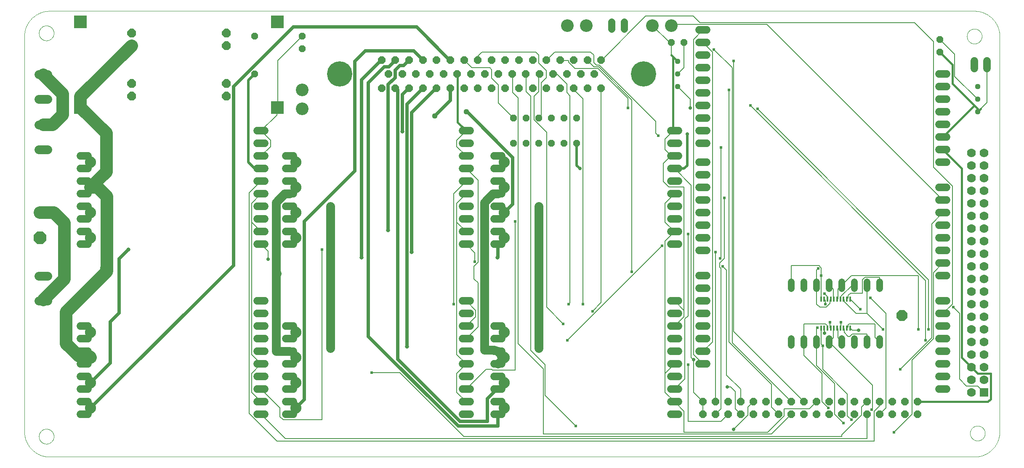
<source format=gbl>
G04 EAGLE Gerber RS-274X export*
G75*
%MOMM*%
%FSLAX34Y34*%
%LPD*%
%INBottom Copper*%
%IPPOS*%
%AMOC8*
5,1,8,0,0,1.08239X$1,22.5*%
G01*
%ADD10C,0.000000*%
%ADD11C,2.540000*%
%ADD12P,2.749271X8X292.500000*%
%ADD13P,1.429621X8X112.500000*%
%ADD14P,1.649562X8X202.500000*%
%ADD15C,5.080000*%
%ADD16C,1.790700*%
%ADD17C,1.524000*%
%ADD18P,1.649562X8X22.500000*%
%ADD19R,1.778000X1.778000*%
%ADD20C,1.778000*%
%ADD21R,0.304800X0.990600*%
%ADD22C,1.117600*%
%ADD23P,1.429621X8X292.500000*%
%ADD24C,1.320800*%
%ADD25C,2.552700*%
%ADD26P,1.924489X8X22.500000*%
%ADD27R,2.500000X2.500000*%
%ADD28C,2.250000*%
%ADD29P,1.429621X8X202.500000*%
%ADD30C,1.422400*%
%ADD31P,2.336880X8X22.500000*%
%ADD32C,2.540000*%
%ADD33C,1.778000*%
%ADD34C,1.524000*%
%ADD35C,0.406400*%
%ADD36C,0.203200*%
%ADD37C,0.711200*%
%ADD38C,0.508000*%
%ADD39C,0.635000*%
%ADD40C,0.812800*%
%ADD41C,1.125000*%
%ADD42C,0.152400*%
%ADD43C,0.609600*%


D10*
X51000Y760D02*
X1911350Y760D01*
X1912578Y775D01*
X1913804Y819D01*
X1915030Y893D01*
X1916253Y997D01*
X1917473Y1130D01*
X1918690Y1293D01*
X1919903Y1485D01*
X1921110Y1706D01*
X1922312Y1957D01*
X1923507Y2236D01*
X1924696Y2544D01*
X1925876Y2881D01*
X1927048Y3246D01*
X1928211Y3640D01*
X1929364Y4061D01*
X1930506Y4510D01*
X1931638Y4987D01*
X1932757Y5491D01*
X1933864Y6022D01*
X1934958Y6579D01*
X1936038Y7162D01*
X1937104Y7772D01*
X1938154Y8407D01*
X1939189Y9067D01*
X1940208Y9752D01*
X1941209Y10462D01*
X1942194Y11195D01*
X1943160Y11953D01*
X1944108Y12733D01*
X1945037Y13536D01*
X1945946Y14361D01*
X1946834Y15208D01*
X1947702Y16076D01*
X1948549Y16964D01*
X1949374Y17873D01*
X1950177Y18802D01*
X1950957Y19750D01*
X1951715Y20716D01*
X1952448Y21701D01*
X1953158Y22702D01*
X1953843Y23721D01*
X1954503Y24756D01*
X1955138Y25806D01*
X1955748Y26872D01*
X1956331Y27952D01*
X1956888Y29046D01*
X1957419Y30153D01*
X1957923Y31272D01*
X1958400Y32404D01*
X1958849Y33546D01*
X1959270Y34699D01*
X1959664Y35862D01*
X1960029Y37034D01*
X1960366Y38214D01*
X1960674Y39403D01*
X1960953Y40598D01*
X1961204Y41800D01*
X1961425Y43007D01*
X1961617Y44220D01*
X1961780Y45437D01*
X1961913Y46657D01*
X1962017Y47880D01*
X1962091Y49106D01*
X1962135Y50332D01*
X1962150Y51560D01*
X1962150Y848360D01*
X1962135Y849588D01*
X1962091Y850814D01*
X1962017Y852040D01*
X1961913Y853263D01*
X1961780Y854483D01*
X1961617Y855700D01*
X1961425Y856913D01*
X1961204Y858120D01*
X1960953Y859322D01*
X1960674Y860517D01*
X1960366Y861706D01*
X1960029Y862886D01*
X1959664Y864058D01*
X1959270Y865221D01*
X1958849Y866374D01*
X1958400Y867516D01*
X1957923Y868648D01*
X1957419Y869767D01*
X1956888Y870874D01*
X1956331Y871968D01*
X1955748Y873048D01*
X1955138Y874114D01*
X1954503Y875164D01*
X1953843Y876199D01*
X1953158Y877218D01*
X1952448Y878219D01*
X1951715Y879204D01*
X1950957Y880170D01*
X1950177Y881118D01*
X1949374Y882047D01*
X1948549Y882956D01*
X1947702Y883844D01*
X1946834Y884712D01*
X1945946Y885559D01*
X1945037Y886384D01*
X1944108Y887187D01*
X1943160Y887967D01*
X1942194Y888725D01*
X1941209Y889458D01*
X1940208Y890168D01*
X1939189Y890853D01*
X1938154Y891513D01*
X1937104Y892148D01*
X1936038Y892758D01*
X1934958Y893341D01*
X1933864Y893898D01*
X1932757Y894429D01*
X1931638Y894933D01*
X1930506Y895410D01*
X1929364Y895859D01*
X1928211Y896280D01*
X1927048Y896674D01*
X1925876Y897039D01*
X1924696Y897376D01*
X1923507Y897684D01*
X1922312Y897963D01*
X1921110Y898214D01*
X1919903Y898435D01*
X1918690Y898627D01*
X1917473Y898790D01*
X1916253Y898923D01*
X1915030Y899027D01*
X1913804Y899101D01*
X1912578Y899145D01*
X1911350Y899160D01*
X51000Y899160D01*
X49772Y899145D01*
X48546Y899101D01*
X47320Y899027D01*
X46097Y898923D01*
X44877Y898790D01*
X43660Y898627D01*
X42447Y898435D01*
X41240Y898214D01*
X40038Y897963D01*
X38843Y897684D01*
X37654Y897376D01*
X36474Y897039D01*
X35302Y896674D01*
X34139Y896280D01*
X32986Y895859D01*
X31844Y895410D01*
X30712Y894933D01*
X29593Y894429D01*
X28486Y893898D01*
X27392Y893341D01*
X26312Y892758D01*
X25246Y892148D01*
X24196Y891513D01*
X23161Y890853D01*
X22142Y890168D01*
X21141Y889458D01*
X20156Y888725D01*
X19190Y887967D01*
X18242Y887187D01*
X17313Y886384D01*
X16404Y885559D01*
X15516Y884712D01*
X14648Y883844D01*
X13801Y882956D01*
X12976Y882047D01*
X12173Y881118D01*
X11393Y880170D01*
X10635Y879204D01*
X9902Y878219D01*
X9192Y877218D01*
X8507Y876199D01*
X7847Y875164D01*
X7212Y874114D01*
X6602Y873048D01*
X6019Y871968D01*
X5462Y870874D01*
X4931Y869767D01*
X4427Y868648D01*
X3950Y867516D01*
X3501Y866374D01*
X3080Y865221D01*
X2686Y864058D01*
X2321Y862886D01*
X1984Y861706D01*
X1676Y860517D01*
X1397Y859322D01*
X1146Y858120D01*
X925Y856913D01*
X733Y855700D01*
X570Y854483D01*
X437Y853263D01*
X333Y852040D01*
X259Y850814D01*
X215Y849588D01*
X200Y848360D01*
X200Y51560D01*
X215Y50332D01*
X259Y49106D01*
X333Y47880D01*
X437Y46657D01*
X570Y45437D01*
X733Y44220D01*
X925Y43007D01*
X1146Y41800D01*
X1397Y40598D01*
X1676Y39403D01*
X1984Y38214D01*
X2321Y37034D01*
X2686Y35862D01*
X3080Y34699D01*
X3501Y33546D01*
X3950Y32404D01*
X4427Y31272D01*
X4931Y30153D01*
X5462Y29046D01*
X6019Y27952D01*
X6602Y26872D01*
X7212Y25806D01*
X7847Y24756D01*
X8507Y23721D01*
X9192Y22702D01*
X9902Y21701D01*
X10635Y20716D01*
X11393Y19750D01*
X12173Y18802D01*
X12976Y17873D01*
X13801Y16964D01*
X14648Y16076D01*
X15516Y15208D01*
X16404Y14361D01*
X17313Y13536D01*
X18242Y12733D01*
X19190Y11953D01*
X20156Y11195D01*
X21141Y10462D01*
X22142Y9752D01*
X23161Y9067D01*
X24196Y8407D01*
X25246Y7772D01*
X26312Y7162D01*
X27392Y6579D01*
X28486Y6022D01*
X29593Y5491D01*
X30712Y4987D01*
X31844Y4510D01*
X32986Y4061D01*
X34139Y3640D01*
X35302Y3246D01*
X36474Y2881D01*
X37654Y2544D01*
X38843Y2236D01*
X40038Y1957D01*
X41240Y1706D01*
X42447Y1485D01*
X43660Y1293D01*
X44877Y1130D01*
X46097Y997D01*
X47320Y893D01*
X48546Y819D01*
X49772Y775D01*
X51000Y760D01*
D11*
X31750Y492760D03*
D12*
X31750Y441960D03*
D13*
X984250Y632460D03*
X984250Y683260D03*
X1009650Y632460D03*
X1009650Y683260D03*
X1035050Y632460D03*
X1035050Y683260D03*
X1085850Y632460D03*
X1085850Y683260D03*
X1060450Y632460D03*
X1060450Y683260D03*
X1111250Y632460D03*
X1111250Y683260D03*
D14*
X1160526Y800608D03*
X1133094Y800608D03*
X1105408Y800608D03*
X1077722Y800608D03*
X1050290Y800608D03*
X1022604Y800608D03*
X994918Y800608D03*
X967486Y800608D03*
X939800Y800608D03*
X912114Y800608D03*
X884682Y800608D03*
X856996Y800608D03*
X1146810Y772160D03*
X1119124Y772160D03*
X1091692Y772160D03*
X1064006Y772160D03*
X1036320Y772160D03*
X1008888Y772160D03*
X981202Y772160D03*
X953516Y772160D03*
X926084Y772160D03*
X898398Y772160D03*
X870712Y772160D03*
X829310Y800608D03*
X801878Y800608D03*
X774192Y800608D03*
X746506Y800608D03*
X843280Y772160D03*
X815594Y772160D03*
X787908Y772160D03*
X760476Y772160D03*
X719074Y800608D03*
X732790Y772160D03*
X1160526Y743712D03*
X1133094Y743712D03*
X1105408Y743712D03*
X1077722Y743712D03*
X1050290Y743712D03*
X1022604Y743712D03*
X994918Y743712D03*
X967486Y743712D03*
X939800Y743712D03*
X912114Y743712D03*
X884682Y743712D03*
X856996Y743712D03*
X829310Y743712D03*
X801878Y743712D03*
X774192Y743712D03*
X746506Y743712D03*
X719074Y743712D03*
D15*
X634238Y772160D03*
X1245362Y772160D03*
D16*
X47054Y620160D02*
X29147Y620160D01*
X29147Y670160D02*
X47054Y670160D01*
D17*
X1840230Y721360D02*
X1855470Y721360D01*
X1855470Y695960D02*
X1840230Y695960D01*
X1840230Y670560D02*
X1855470Y670560D01*
X1855470Y645160D02*
X1840230Y645160D01*
X1840230Y619760D02*
X1855470Y619760D01*
X1855470Y594360D02*
X1840230Y594360D01*
X1840230Y543560D02*
X1855470Y543560D01*
X1855470Y518160D02*
X1840230Y518160D01*
X1840230Y492760D02*
X1855470Y492760D01*
X1855470Y467360D02*
X1840230Y467360D01*
X1840230Y441960D02*
X1855470Y441960D01*
X1855470Y416560D02*
X1840230Y416560D01*
X1840230Y391160D02*
X1855470Y391160D01*
X1855470Y365760D02*
X1840230Y365760D01*
X1840230Y314960D02*
X1855470Y314960D01*
X1855470Y289560D02*
X1840230Y289560D01*
X1840230Y264160D02*
X1855470Y264160D01*
X1855470Y238760D02*
X1840230Y238760D01*
X1840230Y213360D02*
X1855470Y213360D01*
X1855470Y187960D02*
X1840230Y187960D01*
X1840230Y162560D02*
X1855470Y162560D01*
X1855470Y137160D02*
X1840230Y137160D01*
X1372870Y187960D02*
X1357630Y187960D01*
X1357630Y213360D02*
X1372870Y213360D01*
X1372870Y238760D02*
X1357630Y238760D01*
X1357630Y264160D02*
X1372870Y264160D01*
X1372870Y289560D02*
X1357630Y289560D01*
X1357630Y314960D02*
X1372870Y314960D01*
X1372870Y340360D02*
X1357630Y340360D01*
X1357630Y365760D02*
X1372870Y365760D01*
X1372870Y416560D02*
X1357630Y416560D01*
X1357630Y441960D02*
X1372870Y441960D01*
X1372870Y467360D02*
X1357630Y467360D01*
X1357630Y492760D02*
X1372870Y492760D01*
X1372870Y518160D02*
X1357630Y518160D01*
X1357630Y543560D02*
X1372870Y543560D01*
X1372870Y568960D02*
X1357630Y568960D01*
X1357630Y594360D02*
X1372870Y594360D01*
X1372870Y632460D02*
X1357630Y632460D01*
X1357630Y657860D02*
X1372870Y657860D01*
X1372870Y683260D02*
X1357630Y683260D01*
X1357630Y708660D02*
X1372870Y708660D01*
X1372870Y734060D02*
X1357630Y734060D01*
X1357630Y759460D02*
X1372870Y759460D01*
X1372870Y784860D02*
X1357630Y784860D01*
X1357630Y810260D02*
X1372870Y810260D01*
D18*
X1365250Y111760D03*
X1365250Y86360D03*
X1390650Y111760D03*
X1390650Y86360D03*
X1416050Y111760D03*
X1416050Y86360D03*
X1441450Y111760D03*
X1441450Y86360D03*
X1466850Y111760D03*
X1466850Y86360D03*
X1492250Y111760D03*
X1492250Y86360D03*
X1517650Y111760D03*
X1517650Y86360D03*
X1543050Y111760D03*
X1543050Y86360D03*
X1568450Y111760D03*
X1568450Y86360D03*
X1593850Y111760D03*
X1593850Y86360D03*
X1619250Y111760D03*
X1619250Y86360D03*
X1644650Y111760D03*
X1644650Y86360D03*
X1670050Y111760D03*
X1670050Y86360D03*
X1695450Y111760D03*
X1695450Y86360D03*
X1720850Y111760D03*
X1720850Y86360D03*
X1746250Y111760D03*
X1746250Y86360D03*
X1771650Y111760D03*
X1771650Y86360D03*
X1797050Y111760D03*
X1797050Y86360D03*
D17*
X1372870Y835660D02*
X1357630Y835660D01*
X1357630Y861060D02*
X1372870Y861060D01*
X1840230Y772160D02*
X1855470Y772160D01*
X1855470Y746760D02*
X1840230Y746760D01*
D19*
X1930400Y130810D03*
D20*
X1905000Y130810D03*
X1930400Y156210D03*
X1905000Y156210D03*
X1930400Y181610D03*
X1905000Y181610D03*
X1930400Y207010D03*
X1905000Y207010D03*
X1930400Y232410D03*
X1905000Y232410D03*
X1930400Y257810D03*
X1905000Y257810D03*
X1930400Y283210D03*
X1905000Y283210D03*
X1930400Y308610D03*
X1905000Y308610D03*
X1930400Y334010D03*
X1905000Y334010D03*
X1930400Y359410D03*
X1905000Y359410D03*
X1930400Y384810D03*
X1905000Y384810D03*
X1930400Y410210D03*
X1905000Y410210D03*
X1930400Y435610D03*
X1905000Y435610D03*
X1930400Y461010D03*
X1905000Y461010D03*
X1930400Y486410D03*
X1905000Y486410D03*
X1930400Y511810D03*
X1905000Y511810D03*
X1930400Y537210D03*
X1905000Y537210D03*
X1930400Y562610D03*
X1905000Y562610D03*
X1930400Y588010D03*
X1905000Y588010D03*
X1930400Y613410D03*
X1905000Y613410D03*
D21*
X1602700Y318738D03*
X1609200Y318738D03*
X1615700Y318738D03*
X1622200Y318738D03*
X1628700Y318738D03*
X1635200Y318738D03*
X1641700Y318738D03*
X1648200Y318738D03*
X1648200Y260382D03*
X1641700Y260382D03*
X1635200Y260382D03*
X1628700Y260382D03*
X1622200Y260382D03*
X1615700Y260382D03*
X1609200Y260382D03*
X1602700Y260382D03*
X1654700Y318738D03*
X1661200Y318738D03*
X1654700Y260382D03*
X1661200Y260382D03*
D10*
X29450Y41910D02*
X29455Y42278D01*
X29468Y42646D01*
X29491Y43013D01*
X29522Y43380D01*
X29563Y43746D01*
X29612Y44111D01*
X29671Y44474D01*
X29738Y44836D01*
X29814Y45197D01*
X29900Y45555D01*
X29993Y45911D01*
X30096Y46264D01*
X30207Y46615D01*
X30327Y46963D01*
X30455Y47308D01*
X30592Y47650D01*
X30737Y47989D01*
X30890Y48323D01*
X31052Y48654D01*
X31221Y48981D01*
X31399Y49303D01*
X31584Y49622D01*
X31777Y49935D01*
X31978Y50244D01*
X32186Y50547D01*
X32402Y50845D01*
X32625Y51138D01*
X32855Y51426D01*
X33092Y51708D01*
X33336Y51983D01*
X33586Y52253D01*
X33843Y52517D01*
X34107Y52774D01*
X34377Y53024D01*
X34652Y53268D01*
X34934Y53505D01*
X35222Y53735D01*
X35515Y53958D01*
X35813Y54174D01*
X36116Y54382D01*
X36425Y54583D01*
X36738Y54776D01*
X37057Y54961D01*
X37379Y55139D01*
X37706Y55308D01*
X38037Y55470D01*
X38371Y55623D01*
X38710Y55768D01*
X39052Y55905D01*
X39397Y56033D01*
X39745Y56153D01*
X40096Y56264D01*
X40449Y56367D01*
X40805Y56460D01*
X41163Y56546D01*
X41524Y56622D01*
X41886Y56689D01*
X42249Y56748D01*
X42614Y56797D01*
X42980Y56838D01*
X43347Y56869D01*
X43714Y56892D01*
X44082Y56905D01*
X44450Y56910D01*
X44818Y56905D01*
X45186Y56892D01*
X45553Y56869D01*
X45920Y56838D01*
X46286Y56797D01*
X46651Y56748D01*
X47014Y56689D01*
X47376Y56622D01*
X47737Y56546D01*
X48095Y56460D01*
X48451Y56367D01*
X48804Y56264D01*
X49155Y56153D01*
X49503Y56033D01*
X49848Y55905D01*
X50190Y55768D01*
X50529Y55623D01*
X50863Y55470D01*
X51194Y55308D01*
X51521Y55139D01*
X51843Y54961D01*
X52162Y54776D01*
X52475Y54583D01*
X52784Y54382D01*
X53087Y54174D01*
X53385Y53958D01*
X53678Y53735D01*
X53966Y53505D01*
X54248Y53268D01*
X54523Y53024D01*
X54793Y52774D01*
X55057Y52517D01*
X55314Y52253D01*
X55564Y51983D01*
X55808Y51708D01*
X56045Y51426D01*
X56275Y51138D01*
X56498Y50845D01*
X56714Y50547D01*
X56922Y50244D01*
X57123Y49935D01*
X57316Y49622D01*
X57501Y49303D01*
X57679Y48981D01*
X57848Y48654D01*
X58010Y48323D01*
X58163Y47989D01*
X58308Y47650D01*
X58445Y47308D01*
X58573Y46963D01*
X58693Y46615D01*
X58804Y46264D01*
X58907Y45911D01*
X59000Y45555D01*
X59086Y45197D01*
X59162Y44836D01*
X59229Y44474D01*
X59288Y44111D01*
X59337Y43746D01*
X59378Y43380D01*
X59409Y43013D01*
X59432Y42646D01*
X59445Y42278D01*
X59450Y41910D01*
X59445Y41542D01*
X59432Y41174D01*
X59409Y40807D01*
X59378Y40440D01*
X59337Y40074D01*
X59288Y39709D01*
X59229Y39346D01*
X59162Y38984D01*
X59086Y38623D01*
X59000Y38265D01*
X58907Y37909D01*
X58804Y37556D01*
X58693Y37205D01*
X58573Y36857D01*
X58445Y36512D01*
X58308Y36170D01*
X58163Y35831D01*
X58010Y35497D01*
X57848Y35166D01*
X57679Y34839D01*
X57501Y34517D01*
X57316Y34198D01*
X57123Y33885D01*
X56922Y33576D01*
X56714Y33273D01*
X56498Y32975D01*
X56275Y32682D01*
X56045Y32394D01*
X55808Y32112D01*
X55564Y31837D01*
X55314Y31567D01*
X55057Y31303D01*
X54793Y31046D01*
X54523Y30796D01*
X54248Y30552D01*
X53966Y30315D01*
X53678Y30085D01*
X53385Y29862D01*
X53087Y29646D01*
X52784Y29438D01*
X52475Y29237D01*
X52162Y29044D01*
X51843Y28859D01*
X51521Y28681D01*
X51194Y28512D01*
X50863Y28350D01*
X50529Y28197D01*
X50190Y28052D01*
X49848Y27915D01*
X49503Y27787D01*
X49155Y27667D01*
X48804Y27556D01*
X48451Y27453D01*
X48095Y27360D01*
X47737Y27274D01*
X47376Y27198D01*
X47014Y27131D01*
X46651Y27072D01*
X46286Y27023D01*
X45920Y26982D01*
X45553Y26951D01*
X45186Y26928D01*
X44818Y26915D01*
X44450Y26910D01*
X44082Y26915D01*
X43714Y26928D01*
X43347Y26951D01*
X42980Y26982D01*
X42614Y27023D01*
X42249Y27072D01*
X41886Y27131D01*
X41524Y27198D01*
X41163Y27274D01*
X40805Y27360D01*
X40449Y27453D01*
X40096Y27556D01*
X39745Y27667D01*
X39397Y27787D01*
X39052Y27915D01*
X38710Y28052D01*
X38371Y28197D01*
X38037Y28350D01*
X37706Y28512D01*
X37379Y28681D01*
X37057Y28859D01*
X36738Y29044D01*
X36425Y29237D01*
X36116Y29438D01*
X35813Y29646D01*
X35515Y29862D01*
X35222Y30085D01*
X34934Y30315D01*
X34652Y30552D01*
X34377Y30796D01*
X34107Y31046D01*
X33843Y31303D01*
X33586Y31567D01*
X33336Y31837D01*
X33092Y32112D01*
X32855Y32394D01*
X32625Y32682D01*
X32402Y32975D01*
X32186Y33273D01*
X31978Y33576D01*
X31777Y33885D01*
X31584Y34198D01*
X31399Y34517D01*
X31221Y34839D01*
X31052Y35166D01*
X30890Y35497D01*
X30737Y35831D01*
X30592Y36170D01*
X30455Y36512D01*
X30327Y36857D01*
X30207Y37205D01*
X30096Y37556D01*
X29993Y37909D01*
X29900Y38265D01*
X29814Y38623D01*
X29738Y38984D01*
X29671Y39346D01*
X29612Y39709D01*
X29563Y40074D01*
X29522Y40440D01*
X29491Y40807D01*
X29468Y41174D01*
X29455Y41542D01*
X29450Y41910D01*
X29450Y854710D02*
X29455Y855078D01*
X29468Y855446D01*
X29491Y855813D01*
X29522Y856180D01*
X29563Y856546D01*
X29612Y856911D01*
X29671Y857274D01*
X29738Y857636D01*
X29814Y857997D01*
X29900Y858355D01*
X29993Y858711D01*
X30096Y859064D01*
X30207Y859415D01*
X30327Y859763D01*
X30455Y860108D01*
X30592Y860450D01*
X30737Y860789D01*
X30890Y861123D01*
X31052Y861454D01*
X31221Y861781D01*
X31399Y862103D01*
X31584Y862422D01*
X31777Y862735D01*
X31978Y863044D01*
X32186Y863347D01*
X32402Y863645D01*
X32625Y863938D01*
X32855Y864226D01*
X33092Y864508D01*
X33336Y864783D01*
X33586Y865053D01*
X33843Y865317D01*
X34107Y865574D01*
X34377Y865824D01*
X34652Y866068D01*
X34934Y866305D01*
X35222Y866535D01*
X35515Y866758D01*
X35813Y866974D01*
X36116Y867182D01*
X36425Y867383D01*
X36738Y867576D01*
X37057Y867761D01*
X37379Y867939D01*
X37706Y868108D01*
X38037Y868270D01*
X38371Y868423D01*
X38710Y868568D01*
X39052Y868705D01*
X39397Y868833D01*
X39745Y868953D01*
X40096Y869064D01*
X40449Y869167D01*
X40805Y869260D01*
X41163Y869346D01*
X41524Y869422D01*
X41886Y869489D01*
X42249Y869548D01*
X42614Y869597D01*
X42980Y869638D01*
X43347Y869669D01*
X43714Y869692D01*
X44082Y869705D01*
X44450Y869710D01*
X44818Y869705D01*
X45186Y869692D01*
X45553Y869669D01*
X45920Y869638D01*
X46286Y869597D01*
X46651Y869548D01*
X47014Y869489D01*
X47376Y869422D01*
X47737Y869346D01*
X48095Y869260D01*
X48451Y869167D01*
X48804Y869064D01*
X49155Y868953D01*
X49503Y868833D01*
X49848Y868705D01*
X50190Y868568D01*
X50529Y868423D01*
X50863Y868270D01*
X51194Y868108D01*
X51521Y867939D01*
X51843Y867761D01*
X52162Y867576D01*
X52475Y867383D01*
X52784Y867182D01*
X53087Y866974D01*
X53385Y866758D01*
X53678Y866535D01*
X53966Y866305D01*
X54248Y866068D01*
X54523Y865824D01*
X54793Y865574D01*
X55057Y865317D01*
X55314Y865053D01*
X55564Y864783D01*
X55808Y864508D01*
X56045Y864226D01*
X56275Y863938D01*
X56498Y863645D01*
X56714Y863347D01*
X56922Y863044D01*
X57123Y862735D01*
X57316Y862422D01*
X57501Y862103D01*
X57679Y861781D01*
X57848Y861454D01*
X58010Y861123D01*
X58163Y860789D01*
X58308Y860450D01*
X58445Y860108D01*
X58573Y859763D01*
X58693Y859415D01*
X58804Y859064D01*
X58907Y858711D01*
X59000Y858355D01*
X59086Y857997D01*
X59162Y857636D01*
X59229Y857274D01*
X59288Y856911D01*
X59337Y856546D01*
X59378Y856180D01*
X59409Y855813D01*
X59432Y855446D01*
X59445Y855078D01*
X59450Y854710D01*
X59445Y854342D01*
X59432Y853974D01*
X59409Y853607D01*
X59378Y853240D01*
X59337Y852874D01*
X59288Y852509D01*
X59229Y852146D01*
X59162Y851784D01*
X59086Y851423D01*
X59000Y851065D01*
X58907Y850709D01*
X58804Y850356D01*
X58693Y850005D01*
X58573Y849657D01*
X58445Y849312D01*
X58308Y848970D01*
X58163Y848631D01*
X58010Y848297D01*
X57848Y847966D01*
X57679Y847639D01*
X57501Y847317D01*
X57316Y846998D01*
X57123Y846685D01*
X56922Y846376D01*
X56714Y846073D01*
X56498Y845775D01*
X56275Y845482D01*
X56045Y845194D01*
X55808Y844912D01*
X55564Y844637D01*
X55314Y844367D01*
X55057Y844103D01*
X54793Y843846D01*
X54523Y843596D01*
X54248Y843352D01*
X53966Y843115D01*
X53678Y842885D01*
X53385Y842662D01*
X53087Y842446D01*
X52784Y842238D01*
X52475Y842037D01*
X52162Y841844D01*
X51843Y841659D01*
X51521Y841481D01*
X51194Y841312D01*
X50863Y841150D01*
X50529Y840997D01*
X50190Y840852D01*
X49848Y840715D01*
X49503Y840587D01*
X49155Y840467D01*
X48804Y840356D01*
X48451Y840253D01*
X48095Y840160D01*
X47737Y840074D01*
X47376Y839998D01*
X47014Y839931D01*
X46651Y839872D01*
X46286Y839823D01*
X45920Y839782D01*
X45553Y839751D01*
X45186Y839728D01*
X44818Y839715D01*
X44450Y839710D01*
X44082Y839715D01*
X43714Y839728D01*
X43347Y839751D01*
X42980Y839782D01*
X42614Y839823D01*
X42249Y839872D01*
X41886Y839931D01*
X41524Y839998D01*
X41163Y840074D01*
X40805Y840160D01*
X40449Y840253D01*
X40096Y840356D01*
X39745Y840467D01*
X39397Y840587D01*
X39052Y840715D01*
X38710Y840852D01*
X38371Y840997D01*
X38037Y841150D01*
X37706Y841312D01*
X37379Y841481D01*
X37057Y841659D01*
X36738Y841844D01*
X36425Y842037D01*
X36116Y842238D01*
X35813Y842446D01*
X35515Y842662D01*
X35222Y842885D01*
X34934Y843115D01*
X34652Y843352D01*
X34377Y843596D01*
X34107Y843846D01*
X33843Y844103D01*
X33586Y844367D01*
X33336Y844637D01*
X33092Y844912D01*
X32855Y845194D01*
X32625Y845482D01*
X32402Y845775D01*
X32186Y846073D01*
X31978Y846376D01*
X31777Y846685D01*
X31584Y846998D01*
X31399Y847317D01*
X31221Y847639D01*
X31052Y847966D01*
X30890Y848297D01*
X30737Y848631D01*
X30592Y848970D01*
X30455Y849312D01*
X30327Y849657D01*
X30207Y850005D01*
X30096Y850356D01*
X29993Y850709D01*
X29900Y851065D01*
X29814Y851423D01*
X29738Y851784D01*
X29671Y852146D01*
X29612Y852509D01*
X29563Y852874D01*
X29522Y853240D01*
X29491Y853607D01*
X29468Y853974D01*
X29455Y854342D01*
X29450Y854710D01*
X1896350Y848360D02*
X1896355Y848728D01*
X1896368Y849096D01*
X1896391Y849463D01*
X1896422Y849830D01*
X1896463Y850196D01*
X1896512Y850561D01*
X1896571Y850924D01*
X1896638Y851286D01*
X1896714Y851647D01*
X1896800Y852005D01*
X1896893Y852361D01*
X1896996Y852714D01*
X1897107Y853065D01*
X1897227Y853413D01*
X1897355Y853758D01*
X1897492Y854100D01*
X1897637Y854439D01*
X1897790Y854773D01*
X1897952Y855104D01*
X1898121Y855431D01*
X1898299Y855753D01*
X1898484Y856072D01*
X1898677Y856385D01*
X1898878Y856694D01*
X1899086Y856997D01*
X1899302Y857295D01*
X1899525Y857588D01*
X1899755Y857876D01*
X1899992Y858158D01*
X1900236Y858433D01*
X1900486Y858703D01*
X1900743Y858967D01*
X1901007Y859224D01*
X1901277Y859474D01*
X1901552Y859718D01*
X1901834Y859955D01*
X1902122Y860185D01*
X1902415Y860408D01*
X1902713Y860624D01*
X1903016Y860832D01*
X1903325Y861033D01*
X1903638Y861226D01*
X1903957Y861411D01*
X1904279Y861589D01*
X1904606Y861758D01*
X1904937Y861920D01*
X1905271Y862073D01*
X1905610Y862218D01*
X1905952Y862355D01*
X1906297Y862483D01*
X1906645Y862603D01*
X1906996Y862714D01*
X1907349Y862817D01*
X1907705Y862910D01*
X1908063Y862996D01*
X1908424Y863072D01*
X1908786Y863139D01*
X1909149Y863198D01*
X1909514Y863247D01*
X1909880Y863288D01*
X1910247Y863319D01*
X1910614Y863342D01*
X1910982Y863355D01*
X1911350Y863360D01*
X1911718Y863355D01*
X1912086Y863342D01*
X1912453Y863319D01*
X1912820Y863288D01*
X1913186Y863247D01*
X1913551Y863198D01*
X1913914Y863139D01*
X1914276Y863072D01*
X1914637Y862996D01*
X1914995Y862910D01*
X1915351Y862817D01*
X1915704Y862714D01*
X1916055Y862603D01*
X1916403Y862483D01*
X1916748Y862355D01*
X1917090Y862218D01*
X1917429Y862073D01*
X1917763Y861920D01*
X1918094Y861758D01*
X1918421Y861589D01*
X1918743Y861411D01*
X1919062Y861226D01*
X1919375Y861033D01*
X1919684Y860832D01*
X1919987Y860624D01*
X1920285Y860408D01*
X1920578Y860185D01*
X1920866Y859955D01*
X1921148Y859718D01*
X1921423Y859474D01*
X1921693Y859224D01*
X1921957Y858967D01*
X1922214Y858703D01*
X1922464Y858433D01*
X1922708Y858158D01*
X1922945Y857876D01*
X1923175Y857588D01*
X1923398Y857295D01*
X1923614Y856997D01*
X1923822Y856694D01*
X1924023Y856385D01*
X1924216Y856072D01*
X1924401Y855753D01*
X1924579Y855431D01*
X1924748Y855104D01*
X1924910Y854773D01*
X1925063Y854439D01*
X1925208Y854100D01*
X1925345Y853758D01*
X1925473Y853413D01*
X1925593Y853065D01*
X1925704Y852714D01*
X1925807Y852361D01*
X1925900Y852005D01*
X1925986Y851647D01*
X1926062Y851286D01*
X1926129Y850924D01*
X1926188Y850561D01*
X1926237Y850196D01*
X1926278Y849830D01*
X1926309Y849463D01*
X1926332Y849096D01*
X1926345Y848728D01*
X1926350Y848360D01*
X1926345Y847992D01*
X1926332Y847624D01*
X1926309Y847257D01*
X1926278Y846890D01*
X1926237Y846524D01*
X1926188Y846159D01*
X1926129Y845796D01*
X1926062Y845434D01*
X1925986Y845073D01*
X1925900Y844715D01*
X1925807Y844359D01*
X1925704Y844006D01*
X1925593Y843655D01*
X1925473Y843307D01*
X1925345Y842962D01*
X1925208Y842620D01*
X1925063Y842281D01*
X1924910Y841947D01*
X1924748Y841616D01*
X1924579Y841289D01*
X1924401Y840967D01*
X1924216Y840648D01*
X1924023Y840335D01*
X1923822Y840026D01*
X1923614Y839723D01*
X1923398Y839425D01*
X1923175Y839132D01*
X1922945Y838844D01*
X1922708Y838562D01*
X1922464Y838287D01*
X1922214Y838017D01*
X1921957Y837753D01*
X1921693Y837496D01*
X1921423Y837246D01*
X1921148Y837002D01*
X1920866Y836765D01*
X1920578Y836535D01*
X1920285Y836312D01*
X1919987Y836096D01*
X1919684Y835888D01*
X1919375Y835687D01*
X1919062Y835494D01*
X1918743Y835309D01*
X1918421Y835131D01*
X1918094Y834962D01*
X1917763Y834800D01*
X1917429Y834647D01*
X1917090Y834502D01*
X1916748Y834365D01*
X1916403Y834237D01*
X1916055Y834117D01*
X1915704Y834006D01*
X1915351Y833903D01*
X1914995Y833810D01*
X1914637Y833724D01*
X1914276Y833648D01*
X1913914Y833581D01*
X1913551Y833522D01*
X1913186Y833473D01*
X1912820Y833432D01*
X1912453Y833401D01*
X1912086Y833378D01*
X1911718Y833365D01*
X1911350Y833360D01*
X1910982Y833365D01*
X1910614Y833378D01*
X1910247Y833401D01*
X1909880Y833432D01*
X1909514Y833473D01*
X1909149Y833522D01*
X1908786Y833581D01*
X1908424Y833648D01*
X1908063Y833724D01*
X1907705Y833810D01*
X1907349Y833903D01*
X1906996Y834006D01*
X1906645Y834117D01*
X1906297Y834237D01*
X1905952Y834365D01*
X1905610Y834502D01*
X1905271Y834647D01*
X1904937Y834800D01*
X1904606Y834962D01*
X1904279Y835131D01*
X1903957Y835309D01*
X1903638Y835494D01*
X1903325Y835687D01*
X1903016Y835888D01*
X1902713Y836096D01*
X1902415Y836312D01*
X1902122Y836535D01*
X1901834Y836765D01*
X1901552Y837002D01*
X1901277Y837246D01*
X1901007Y837496D01*
X1900743Y837753D01*
X1900486Y838017D01*
X1900236Y838287D01*
X1899992Y838562D01*
X1899755Y838844D01*
X1899525Y839132D01*
X1899302Y839425D01*
X1899086Y839723D01*
X1898878Y840026D01*
X1898677Y840335D01*
X1898484Y840648D01*
X1898299Y840967D01*
X1898121Y841289D01*
X1897952Y841616D01*
X1897790Y841947D01*
X1897637Y842281D01*
X1897492Y842620D01*
X1897355Y842962D01*
X1897227Y843307D01*
X1897107Y843655D01*
X1896996Y844006D01*
X1896893Y844359D01*
X1896800Y844715D01*
X1896714Y845073D01*
X1896638Y845434D01*
X1896571Y845796D01*
X1896512Y846159D01*
X1896463Y846524D01*
X1896422Y846890D01*
X1896391Y847257D01*
X1896368Y847624D01*
X1896355Y847992D01*
X1896350Y848360D01*
D22*
X1917700Y746760D03*
X1917700Y721360D03*
X1917700Y695960D03*
D23*
X1841500Y842010D03*
X1841500Y816610D03*
D17*
X1911350Y798830D02*
X1911350Y783590D01*
X1936750Y783590D02*
X1936750Y798830D01*
D10*
X1902700Y48260D02*
X1902705Y48628D01*
X1902718Y48996D01*
X1902741Y49363D01*
X1902772Y49730D01*
X1902813Y50096D01*
X1902862Y50461D01*
X1902921Y50824D01*
X1902988Y51186D01*
X1903064Y51547D01*
X1903150Y51905D01*
X1903243Y52261D01*
X1903346Y52614D01*
X1903457Y52965D01*
X1903577Y53313D01*
X1903705Y53658D01*
X1903842Y54000D01*
X1903987Y54339D01*
X1904140Y54673D01*
X1904302Y55004D01*
X1904471Y55331D01*
X1904649Y55653D01*
X1904834Y55972D01*
X1905027Y56285D01*
X1905228Y56594D01*
X1905436Y56897D01*
X1905652Y57195D01*
X1905875Y57488D01*
X1906105Y57776D01*
X1906342Y58058D01*
X1906586Y58333D01*
X1906836Y58603D01*
X1907093Y58867D01*
X1907357Y59124D01*
X1907627Y59374D01*
X1907902Y59618D01*
X1908184Y59855D01*
X1908472Y60085D01*
X1908765Y60308D01*
X1909063Y60524D01*
X1909366Y60732D01*
X1909675Y60933D01*
X1909988Y61126D01*
X1910307Y61311D01*
X1910629Y61489D01*
X1910956Y61658D01*
X1911287Y61820D01*
X1911621Y61973D01*
X1911960Y62118D01*
X1912302Y62255D01*
X1912647Y62383D01*
X1912995Y62503D01*
X1913346Y62614D01*
X1913699Y62717D01*
X1914055Y62810D01*
X1914413Y62896D01*
X1914774Y62972D01*
X1915136Y63039D01*
X1915499Y63098D01*
X1915864Y63147D01*
X1916230Y63188D01*
X1916597Y63219D01*
X1916964Y63242D01*
X1917332Y63255D01*
X1917700Y63260D01*
X1918068Y63255D01*
X1918436Y63242D01*
X1918803Y63219D01*
X1919170Y63188D01*
X1919536Y63147D01*
X1919901Y63098D01*
X1920264Y63039D01*
X1920626Y62972D01*
X1920987Y62896D01*
X1921345Y62810D01*
X1921701Y62717D01*
X1922054Y62614D01*
X1922405Y62503D01*
X1922753Y62383D01*
X1923098Y62255D01*
X1923440Y62118D01*
X1923779Y61973D01*
X1924113Y61820D01*
X1924444Y61658D01*
X1924771Y61489D01*
X1925093Y61311D01*
X1925412Y61126D01*
X1925725Y60933D01*
X1926034Y60732D01*
X1926337Y60524D01*
X1926635Y60308D01*
X1926928Y60085D01*
X1927216Y59855D01*
X1927498Y59618D01*
X1927773Y59374D01*
X1928043Y59124D01*
X1928307Y58867D01*
X1928564Y58603D01*
X1928814Y58333D01*
X1929058Y58058D01*
X1929295Y57776D01*
X1929525Y57488D01*
X1929748Y57195D01*
X1929964Y56897D01*
X1930172Y56594D01*
X1930373Y56285D01*
X1930566Y55972D01*
X1930751Y55653D01*
X1930929Y55331D01*
X1931098Y55004D01*
X1931260Y54673D01*
X1931413Y54339D01*
X1931558Y54000D01*
X1931695Y53658D01*
X1931823Y53313D01*
X1931943Y52965D01*
X1932054Y52614D01*
X1932157Y52261D01*
X1932250Y51905D01*
X1932336Y51547D01*
X1932412Y51186D01*
X1932479Y50824D01*
X1932538Y50461D01*
X1932587Y50096D01*
X1932628Y49730D01*
X1932659Y49363D01*
X1932682Y48996D01*
X1932695Y48628D01*
X1932700Y48260D01*
X1932695Y47892D01*
X1932682Y47524D01*
X1932659Y47157D01*
X1932628Y46790D01*
X1932587Y46424D01*
X1932538Y46059D01*
X1932479Y45696D01*
X1932412Y45334D01*
X1932336Y44973D01*
X1932250Y44615D01*
X1932157Y44259D01*
X1932054Y43906D01*
X1931943Y43555D01*
X1931823Y43207D01*
X1931695Y42862D01*
X1931558Y42520D01*
X1931413Y42181D01*
X1931260Y41847D01*
X1931098Y41516D01*
X1930929Y41189D01*
X1930751Y40867D01*
X1930566Y40548D01*
X1930373Y40235D01*
X1930172Y39926D01*
X1929964Y39623D01*
X1929748Y39325D01*
X1929525Y39032D01*
X1929295Y38744D01*
X1929058Y38462D01*
X1928814Y38187D01*
X1928564Y37917D01*
X1928307Y37653D01*
X1928043Y37396D01*
X1927773Y37146D01*
X1927498Y36902D01*
X1927216Y36665D01*
X1926928Y36435D01*
X1926635Y36212D01*
X1926337Y35996D01*
X1926034Y35788D01*
X1925725Y35587D01*
X1925412Y35394D01*
X1925093Y35209D01*
X1924771Y35031D01*
X1924444Y34862D01*
X1924113Y34700D01*
X1923779Y34547D01*
X1923440Y34402D01*
X1923098Y34265D01*
X1922753Y34137D01*
X1922405Y34017D01*
X1922054Y33906D01*
X1921701Y33803D01*
X1921345Y33710D01*
X1920987Y33624D01*
X1920626Y33548D01*
X1920264Y33481D01*
X1919901Y33422D01*
X1919536Y33373D01*
X1919170Y33332D01*
X1918803Y33301D01*
X1918436Y33278D01*
X1918068Y33265D01*
X1917700Y33260D01*
X1917332Y33265D01*
X1916964Y33278D01*
X1916597Y33301D01*
X1916230Y33332D01*
X1915864Y33373D01*
X1915499Y33422D01*
X1915136Y33481D01*
X1914774Y33548D01*
X1914413Y33624D01*
X1914055Y33710D01*
X1913699Y33803D01*
X1913346Y33906D01*
X1912995Y34017D01*
X1912647Y34137D01*
X1912302Y34265D01*
X1911960Y34402D01*
X1911621Y34547D01*
X1911287Y34700D01*
X1910956Y34862D01*
X1910629Y35031D01*
X1910307Y35209D01*
X1909988Y35394D01*
X1909675Y35587D01*
X1909366Y35788D01*
X1909063Y35996D01*
X1908765Y36212D01*
X1908472Y36435D01*
X1908184Y36665D01*
X1907902Y36902D01*
X1907627Y37146D01*
X1907357Y37396D01*
X1907093Y37653D01*
X1906836Y37917D01*
X1906586Y38187D01*
X1906342Y38462D01*
X1906105Y38744D01*
X1905875Y39032D01*
X1905652Y39325D01*
X1905436Y39623D01*
X1905228Y39926D01*
X1905027Y40235D01*
X1904834Y40548D01*
X1904649Y40867D01*
X1904471Y41189D01*
X1904302Y41516D01*
X1904140Y41847D01*
X1903987Y42181D01*
X1903842Y42520D01*
X1903705Y42862D01*
X1903577Y43207D01*
X1903457Y43555D01*
X1903346Y43906D01*
X1903243Y44259D01*
X1903150Y44615D01*
X1903064Y44973D01*
X1902988Y45334D01*
X1902921Y45696D01*
X1902862Y46059D01*
X1902813Y46424D01*
X1902772Y46790D01*
X1902741Y47157D01*
X1902718Y47524D01*
X1902705Y47892D01*
X1902700Y48260D01*
D24*
X1543050Y340106D02*
X1543050Y353314D01*
X1568450Y353314D02*
X1568450Y340106D01*
X1593850Y340106D02*
X1593850Y353314D01*
X1619250Y353314D02*
X1619250Y340106D01*
X1644650Y340106D02*
X1644650Y353314D01*
X1670050Y353314D02*
X1670050Y340106D01*
X1695450Y340106D02*
X1695450Y353314D01*
X1720850Y353314D02*
X1720850Y340106D01*
D16*
X47054Y721760D02*
X29147Y721760D01*
X29147Y771760D02*
X47054Y771760D01*
D25*
X558800Y740410D03*
X558800Y702310D03*
D26*
X215900Y727710D03*
X215900Y753110D03*
X215900Y854710D03*
X215900Y829310D03*
X406400Y727710D03*
X406400Y753110D03*
X406400Y854710D03*
X406400Y829310D03*
D27*
X113030Y877570D03*
X113030Y704850D03*
X509270Y704850D03*
X509270Y877570D03*
D17*
X944880Y429260D02*
X960120Y429260D01*
X960120Y454660D02*
X944880Y454660D01*
X944880Y480060D02*
X960120Y480060D01*
X960120Y505460D02*
X944880Y505460D01*
X944880Y530860D02*
X960120Y530860D01*
X960120Y556260D02*
X944880Y556260D01*
X944880Y581660D02*
X960120Y581660D01*
X960120Y607060D02*
X944880Y607060D01*
X1300480Y429260D02*
X1315720Y429260D01*
X1315720Y454660D02*
X1300480Y454660D01*
X1300480Y480060D02*
X1315720Y480060D01*
X1315720Y505460D02*
X1300480Y505460D01*
X1300480Y530860D02*
X1315720Y530860D01*
X1315720Y556260D02*
X1300480Y556260D01*
X1300480Y581660D02*
X1315720Y581660D01*
X1315720Y607060D02*
X1300480Y607060D01*
X1300480Y632460D02*
X1315720Y632460D01*
X1315720Y657860D02*
X1300480Y657860D01*
D28*
X965200Y594360D03*
X965200Y543560D03*
X965200Y492760D03*
X965200Y441960D03*
D13*
X558800Y822960D03*
X558800Y848360D03*
D23*
X463550Y848360D03*
X463550Y772160D03*
D22*
X1314450Y746760D03*
X1314450Y772160D03*
X1314450Y797560D03*
D29*
X1327150Y835660D03*
X1301750Y835660D03*
D17*
X960120Y86360D02*
X944880Y86360D01*
X944880Y111760D02*
X960120Y111760D01*
X960120Y137160D02*
X944880Y137160D01*
X944880Y162560D02*
X960120Y162560D01*
X960120Y187960D02*
X944880Y187960D01*
X944880Y213360D02*
X960120Y213360D01*
X960120Y238760D02*
X944880Y238760D01*
X944880Y264160D02*
X960120Y264160D01*
X1300480Y86360D02*
X1315720Y86360D01*
X1315720Y111760D02*
X1300480Y111760D01*
X1300480Y137160D02*
X1315720Y137160D01*
X1315720Y162560D02*
X1300480Y162560D01*
X1300480Y187960D02*
X1315720Y187960D01*
X1315720Y213360D02*
X1300480Y213360D01*
X1300480Y238760D02*
X1315720Y238760D01*
X1315720Y264160D02*
X1300480Y264160D01*
X1300480Y289560D02*
X1315720Y289560D01*
X1315720Y314960D02*
X1300480Y314960D01*
D28*
X965200Y251460D03*
X965200Y200660D03*
X965200Y149860D03*
X965200Y99060D03*
D17*
X541020Y429260D02*
X525780Y429260D01*
X525780Y454660D02*
X541020Y454660D01*
X541020Y480060D02*
X525780Y480060D01*
X525780Y505460D02*
X541020Y505460D01*
X541020Y530860D02*
X525780Y530860D01*
X525780Y556260D02*
X541020Y556260D01*
X541020Y581660D02*
X525780Y581660D01*
X525780Y607060D02*
X541020Y607060D01*
X881380Y429260D02*
X896620Y429260D01*
X896620Y454660D02*
X881380Y454660D01*
X881380Y480060D02*
X896620Y480060D01*
X896620Y505460D02*
X881380Y505460D01*
X881380Y530860D02*
X896620Y530860D01*
X896620Y556260D02*
X881380Y556260D01*
X881380Y581660D02*
X896620Y581660D01*
X896620Y607060D02*
X881380Y607060D01*
X881380Y632460D02*
X896620Y632460D01*
X896620Y657860D02*
X881380Y657860D01*
D28*
X546100Y594360D03*
X546100Y543560D03*
X546100Y492760D03*
X546100Y441960D03*
D17*
X541020Y86360D02*
X525780Y86360D01*
X525780Y111760D02*
X541020Y111760D01*
X541020Y137160D02*
X525780Y137160D01*
X525780Y162560D02*
X541020Y162560D01*
X541020Y187960D02*
X525780Y187960D01*
X525780Y213360D02*
X541020Y213360D01*
X541020Y238760D02*
X525780Y238760D01*
X525780Y264160D02*
X541020Y264160D01*
X881380Y86360D02*
X896620Y86360D01*
X896620Y111760D02*
X881380Y111760D01*
X881380Y137160D02*
X896620Y137160D01*
X896620Y162560D02*
X881380Y162560D01*
X881380Y187960D02*
X896620Y187960D01*
X896620Y213360D02*
X881380Y213360D01*
X881380Y238760D02*
X896620Y238760D01*
X896620Y264160D02*
X881380Y264160D01*
X881380Y289560D02*
X896620Y289560D01*
X896620Y314960D02*
X881380Y314960D01*
D28*
X546100Y251460D03*
X546100Y200660D03*
X546100Y149860D03*
X546100Y99060D03*
D17*
X128270Y429260D02*
X113030Y429260D01*
X113030Y454660D02*
X128270Y454660D01*
X128270Y480060D02*
X113030Y480060D01*
X113030Y505460D02*
X128270Y505460D01*
X128270Y530860D02*
X113030Y530860D01*
X113030Y556260D02*
X128270Y556260D01*
X128270Y581660D02*
X113030Y581660D01*
X113030Y607060D02*
X128270Y607060D01*
X468630Y429260D02*
X483870Y429260D01*
X483870Y454660D02*
X468630Y454660D01*
X468630Y480060D02*
X483870Y480060D01*
X483870Y505460D02*
X468630Y505460D01*
X468630Y530860D02*
X483870Y530860D01*
X483870Y556260D02*
X468630Y556260D01*
X468630Y581660D02*
X483870Y581660D01*
X483870Y607060D02*
X468630Y607060D01*
X468630Y632460D02*
X483870Y632460D01*
X483870Y657860D02*
X468630Y657860D01*
D28*
X133350Y594360D03*
X133350Y543560D03*
X133350Y492760D03*
X133350Y441960D03*
D17*
X128270Y86360D02*
X113030Y86360D01*
X113030Y111760D02*
X128270Y111760D01*
X128270Y137160D02*
X113030Y137160D01*
X113030Y162560D02*
X128270Y162560D01*
X128270Y187960D02*
X113030Y187960D01*
X113030Y213360D02*
X128270Y213360D01*
X128270Y238760D02*
X113030Y238760D01*
X113030Y264160D02*
X128270Y264160D01*
X468630Y86360D02*
X483870Y86360D01*
X483870Y111760D02*
X468630Y111760D01*
X468630Y137160D02*
X483870Y137160D01*
X483870Y162560D02*
X468630Y162560D01*
X468630Y187960D02*
X483870Y187960D01*
X483870Y213360D02*
X468630Y213360D01*
X468630Y238760D02*
X483870Y238760D01*
X483870Y264160D02*
X468630Y264160D01*
X468630Y289560D02*
X483870Y289560D01*
X483870Y314960D02*
X468630Y314960D01*
D28*
X133350Y251460D03*
X133350Y200660D03*
X133350Y149860D03*
X133350Y99060D03*
D16*
X47054Y315360D02*
X29147Y315360D01*
X29147Y365360D02*
X47054Y365360D01*
D24*
X1720850Y239014D02*
X1720850Y225806D01*
X1695450Y225806D02*
X1695450Y239014D01*
X1670050Y239014D02*
X1670050Y225806D01*
X1644650Y225806D02*
X1644650Y239014D01*
X1619250Y239014D02*
X1619250Y225806D01*
X1593850Y225806D02*
X1593850Y239014D01*
X1568450Y239014D02*
X1568450Y225806D01*
X1543050Y225806D02*
X1543050Y239014D01*
D25*
X1301750Y869950D03*
X1263650Y869950D03*
X1130300Y869950D03*
X1092200Y869950D03*
D30*
X1206500Y862838D02*
X1206500Y877062D01*
X1181100Y877062D02*
X1181100Y862838D01*
D31*
X1765300Y285750D03*
D32*
X77153Y690563D02*
X56750Y670160D01*
X77153Y690563D02*
X77153Y731520D01*
X38100Y770573D01*
X38100Y670160D02*
X56750Y670160D01*
D33*
X38100Y770573D02*
X38100Y771760D01*
X952500Y187960D02*
X965200Y200660D01*
X958850Y207010D02*
X952500Y213360D01*
X958850Y207010D02*
X958850Y205423D01*
X965200Y200660D01*
X944563Y216535D02*
X925513Y216535D01*
X925513Y368300D02*
X925513Y513398D01*
X925513Y368300D02*
X925513Y216535D01*
X925513Y513398D02*
X942975Y530860D01*
X952500Y530860D01*
X944563Y216535D02*
X952500Y213360D01*
X533400Y213360D02*
X506413Y213360D01*
X506413Y513398D02*
X523875Y530860D01*
X533400Y530860D01*
X157163Y657860D02*
X117475Y697548D01*
X113030Y704850D01*
D32*
X113030Y726440D01*
X215900Y829310D01*
X113030Y704850D02*
X165100Y652780D01*
X165100Y575310D02*
X133350Y543560D01*
X165100Y575310D02*
X165100Y652780D01*
X83820Y229291D02*
X109911Y203200D01*
X130810Y203200D01*
X133350Y200660D01*
X83820Y229291D02*
X83820Y292679D01*
X166190Y375049D02*
X166190Y525269D01*
X147899Y543560D01*
X133350Y543560D01*
X166190Y375049D02*
X165100Y373959D01*
X83820Y292679D01*
D33*
X166190Y371613D02*
X166190Y375049D01*
X166190Y371613D02*
X165100Y370523D01*
D34*
X925513Y368300D03*
D32*
X165100Y373959D02*
X165100Y381000D01*
D34*
X165100Y381000D03*
D33*
X506413Y368300D02*
X506413Y213360D01*
X506413Y368300D02*
X506413Y513398D01*
X508000Y369888D02*
X506413Y368300D01*
X508000Y369888D02*
X508000Y370142D01*
D34*
X508000Y370142D03*
D35*
X1905000Y181610D02*
X1917700Y168910D01*
X1944370Y168910D01*
X1944370Y117475D01*
X1938655Y111760D01*
X1797050Y111760D01*
D36*
X1924050Y702310D02*
X1936750Y715010D01*
D35*
X1924050Y702310D02*
X1917700Y695960D01*
D36*
X1936750Y715010D02*
X1936750Y791210D01*
D35*
X1866900Y791210D02*
X1841500Y816610D01*
X1866900Y791210D02*
X1866900Y753110D01*
X1911350Y708660D01*
X1847850Y645160D01*
X1885950Y200660D02*
X1905000Y181610D01*
X1885950Y200660D02*
X1885950Y581660D01*
X1847850Y619760D01*
D36*
X889000Y607060D02*
X869950Y626110D01*
X869950Y638810D01*
X889000Y657860D01*
D35*
X871538Y675323D01*
X871538Y772160D01*
X870712Y772160D01*
D36*
X495300Y626110D02*
X476250Y607060D01*
X495300Y626110D02*
X495300Y638810D01*
X476250Y657860D01*
X508000Y689610D01*
X508000Y703898D01*
X509270Y704850D01*
X509588Y799148D02*
X558800Y848360D01*
X509588Y799148D02*
X509588Y705485D01*
X509270Y704850D01*
X908050Y283210D02*
X889000Y264160D01*
X908050Y283210D02*
X908050Y295910D01*
X889000Y314960D01*
D35*
X1301750Y607060D02*
X1308100Y607060D01*
D36*
X1301750Y607060D02*
X1289050Y619760D01*
X1289050Y641350D01*
D35*
X1305560Y657860D02*
X1308100Y657860D01*
D36*
X1305560Y657860D02*
X1289050Y641350D01*
D35*
X1304925Y807085D02*
X1301750Y810260D01*
X1304925Y807085D02*
X1314450Y797560D01*
D36*
X1301750Y810260D02*
X1301750Y835660D01*
D35*
X1304925Y661035D02*
X1308100Y657860D01*
X1304925Y661035D02*
X1304925Y807085D01*
D36*
X1665360Y256223D02*
X1677988Y256223D01*
X1665360Y256223D02*
X1661200Y260382D01*
X1327150Y295910D02*
X1308100Y314960D01*
X1327150Y295910D02*
X1327150Y283210D01*
X1308100Y264160D01*
X1308100Y607060D02*
X1300480Y607060D01*
X1285240Y591820D01*
X1285240Y555625D01*
X1296353Y544513D01*
X1327150Y544513D01*
X1327150Y295910D01*
D37*
X1677988Y256223D03*
D35*
X1917700Y702310D02*
X1911350Y708660D01*
X1917700Y702310D02*
X1917700Y695960D01*
D36*
X1297940Y835660D02*
X1263650Y869950D01*
X1297940Y835660D02*
X1301750Y835660D01*
X1365250Y111760D02*
X1365250Y86360D01*
X1609725Y249873D02*
X1609725Y259398D01*
X1609200Y260382D01*
X1365250Y111760D02*
X1346200Y130810D01*
X1346200Y196533D01*
D38*
X463550Y581660D02*
X450850Y594360D01*
X463550Y581660D02*
X476250Y581660D01*
X450850Y594360D02*
X450850Y759460D01*
X463550Y772160D01*
X1111250Y588010D02*
X1117600Y581660D01*
X1111250Y588010D02*
X1111250Y632460D01*
D36*
X912813Y262573D02*
X889000Y238760D01*
X912813Y262573D02*
X912813Y351473D01*
X904875Y359410D01*
X904875Y384810D01*
X912813Y392748D01*
X912813Y557848D01*
X889000Y581660D01*
X1341438Y201295D02*
X1346200Y196533D01*
X1341438Y201295D02*
X1341438Y548323D01*
X1308100Y581660D01*
D37*
X1609725Y249873D03*
X1346200Y196533D03*
X1117600Y581660D03*
X1333500Y651510D03*
D38*
X1333500Y588010D01*
X1327150Y581660D01*
X1308100Y581660D01*
D39*
X717550Y799148D02*
X678815Y760413D01*
X678815Y402590D01*
X952500Y403543D02*
X952500Y429260D01*
X717550Y799148D02*
X719074Y800608D01*
X952500Y403543D02*
X951548Y402590D01*
D40*
X951548Y402590D03*
X678815Y402590D03*
D39*
X982663Y510223D02*
X982663Y603885D01*
X982663Y510223D02*
X965200Y492760D01*
X952500Y480060D01*
X965200Y492760D02*
X952500Y505460D01*
X890588Y695960D02*
X889000Y695960D01*
D41*
X889000Y695960D03*
D39*
X890588Y695960D02*
X982663Y603885D01*
X746125Y799148D02*
X733425Y786448D01*
X723900Y786448D01*
X692150Y754698D01*
X692150Y243523D01*
X873125Y62548D01*
X952500Y62548D01*
X952500Y86360D01*
X746125Y799148D02*
X746506Y800608D01*
X747713Y743585D02*
X750888Y740410D01*
X750888Y197485D01*
X876300Y72073D01*
X931863Y72073D01*
X931863Y118110D01*
X950913Y137160D01*
X952500Y137160D01*
X747713Y743585D02*
X746506Y743712D01*
X965200Y149860D02*
X952500Y137160D01*
X760413Y730885D02*
X773113Y743585D01*
X760413Y730885D02*
X760413Y656273D01*
X773113Y743585D02*
X774192Y743712D01*
D40*
X760413Y656273D03*
D39*
X769938Y711835D02*
X801688Y743585D01*
X769938Y711835D02*
X769938Y222885D01*
X801688Y743585D02*
X801878Y743712D01*
D40*
X769938Y222885D03*
D39*
X779463Y694373D02*
X828675Y743585D01*
X779463Y694373D02*
X779463Y413385D01*
X828675Y743585D02*
X829310Y743712D01*
D40*
X779463Y413385D03*
D39*
X209550Y418148D02*
X190976Y399574D01*
X173038Y273050D02*
X173038Y189548D01*
X133350Y149860D01*
D41*
X825500Y688023D03*
D39*
X856996Y719519D01*
X856996Y743712D01*
X190976Y399574D02*
X190976Y290989D01*
X173038Y273050D01*
D40*
X209550Y418148D03*
D39*
X762953Y788988D02*
X773113Y799148D01*
X746125Y779780D02*
X746125Y765175D01*
X732155Y751205D01*
X732155Y457518D01*
X773113Y799148D02*
X774192Y800608D01*
X755333Y788988D02*
X746125Y779780D01*
X755333Y788988D02*
X762953Y788988D01*
D40*
X732155Y457518D03*
D39*
X801688Y800735D02*
X783590Y818833D01*
X665163Y797560D02*
X665163Y576898D01*
X563563Y475298D01*
X563563Y116523D01*
X546100Y99060D01*
X801878Y800608D02*
X801688Y800735D01*
X686435Y818833D02*
X665163Y797560D01*
X686435Y818833D02*
X783590Y818833D01*
X788988Y867410D02*
X855663Y800735D01*
X788988Y867410D02*
X541338Y867410D01*
X420688Y746760D01*
X420688Y386398D01*
X133350Y99060D01*
X855663Y800735D02*
X856996Y800608D01*
D42*
X1828800Y584835D02*
X1866900Y546735D01*
X1866900Y308610D01*
X1847850Y289560D01*
X1162050Y800735D02*
X1160526Y800608D01*
X1358900Y875348D02*
X1790700Y875348D01*
X1250315Y889000D02*
X1162050Y800735D01*
X1345248Y889000D02*
X1358900Y875348D01*
X1345248Y889000D02*
X1250315Y889000D01*
X1790700Y875348D02*
X1828800Y837248D01*
X1828800Y584835D01*
X1146175Y786448D02*
X1133475Y799148D01*
X1146175Y786448D02*
X1155700Y786448D01*
X1222375Y719773D01*
X1222375Y373698D01*
X1133475Y799148D02*
X1133094Y800608D01*
D43*
X1222375Y373698D03*
D42*
X1460500Y708660D02*
X1812925Y356235D01*
X1812925Y235585D01*
D43*
X1460500Y708660D03*
X1812925Y235585D03*
D42*
X1160463Y311785D02*
X1160463Y743585D01*
X1160463Y311785D02*
X1143000Y294323D01*
X1160463Y743585D02*
X1160526Y743712D01*
D43*
X1143000Y294323D03*
D42*
X1474788Y702310D02*
X1819275Y357823D01*
X1819275Y257810D01*
D43*
X1474788Y702310D03*
X1819275Y257810D03*
D42*
X1123950Y722313D02*
X1105408Y740855D01*
X1105408Y743712D01*
X1123950Y722313D02*
X1123950Y308610D01*
D43*
X1123950Y308610D03*
D42*
X1095375Y799148D02*
X1077913Y799148D01*
X1095375Y799148D02*
X1095375Y795973D01*
X1108075Y783273D01*
X1154113Y783273D01*
X1214438Y722948D01*
X1214438Y703898D01*
X1077913Y799148D02*
X1077722Y800608D01*
D43*
X1214438Y703898D03*
D42*
X1066800Y816610D02*
X1050925Y800735D01*
X1156970Y789940D02*
X1270000Y676910D01*
X1270000Y652780D01*
X1275080Y647700D01*
X1050925Y800735D02*
X1050290Y800608D01*
D43*
X1275080Y647700D03*
D42*
X1156970Y789940D02*
X1150620Y789940D01*
X1145540Y795020D01*
X1145540Y810260D01*
X1139190Y816610D01*
X1066800Y816610D01*
X1071563Y772160D02*
X1091406Y752316D01*
X1071563Y772160D02*
X1064006Y772160D01*
X1097915Y311150D02*
X1095375Y308610D01*
D43*
X1095375Y308610D03*
D42*
X1091406Y734854D02*
X1091406Y752316D01*
X1097915Y728345D02*
X1097915Y311150D01*
X1097915Y728345D02*
X1091406Y734854D01*
X1503363Y100648D02*
X1517650Y86360D01*
X1503363Y100648D02*
X1503363Y146685D01*
X1417638Y232410D01*
X1417638Y740410D01*
D43*
X1417638Y740410D03*
D42*
X1427163Y253048D02*
X1568450Y111760D01*
X1427163Y253048D02*
X1427163Y798830D01*
D43*
X1427163Y798830D03*
D42*
X1423988Y230823D02*
X1543050Y111760D01*
X1423988Y230823D02*
X1423988Y784860D01*
X1387475Y821373D01*
D43*
X1387475Y821373D03*
D42*
X1050925Y302260D02*
X1084263Y268923D01*
X1050925Y302260D02*
X1050925Y654685D01*
X1025525Y680085D01*
X1025525Y727393D01*
X1035050Y736918D01*
X1035050Y772160D01*
X1036320Y772160D01*
D43*
X1084263Y268923D03*
D42*
X1047750Y124460D02*
X1109663Y62548D01*
X1047750Y124460D02*
X1047750Y186373D01*
X1019175Y214948D01*
X1019175Y727393D01*
X1009650Y736918D01*
X1009650Y772160D01*
X1008888Y772160D01*
D43*
X1109663Y62548D03*
D42*
X1503363Y46673D02*
X1543050Y86360D01*
X1503363Y46673D02*
X1044575Y46673D01*
X1044575Y178435D01*
X993775Y229235D01*
X993775Y724218D01*
X982663Y735330D01*
X982663Y772160D01*
X981202Y772160D01*
D36*
X953453Y714058D02*
X984250Y683260D01*
X953453Y714058D02*
X953453Y750570D01*
X940435Y763588D01*
X940435Y781050D01*
X936625Y784860D01*
X900430Y784860D02*
X884682Y800608D01*
X900430Y784860D02*
X936625Y784860D01*
X1035050Y683260D02*
X1039813Y688023D01*
X1039813Y754698D01*
X1050290Y765175D01*
X1050290Y779145D01*
X920750Y816610D02*
X912114Y807974D01*
X912114Y800608D01*
X1028700Y816610D02*
X1035050Y810260D01*
X1028700Y816610D02*
X920750Y816610D01*
X1035050Y794385D02*
X1050290Y779145D01*
X1035050Y794385D02*
X1035050Y810260D01*
D33*
X1035050Y505460D02*
X1035050Y355600D01*
X1035050Y219710D01*
X615950Y219710D02*
X615950Y340360D01*
D32*
X80963Y359410D02*
X38100Y316548D01*
X80963Y359410D02*
X80963Y471488D01*
X59690Y492760D01*
X31750Y492760D01*
D33*
X38100Y316548D02*
X38100Y315360D01*
D34*
X1035050Y355600D03*
X1035050Y219710D03*
X1035050Y505460D03*
X615950Y340360D03*
D33*
X615950Y505460D01*
D34*
X615950Y505460D03*
X615950Y219710D03*
D36*
X1308100Y137160D02*
X1328738Y157798D01*
X1328738Y278448D01*
X1335088Y284798D01*
X1335088Y449898D01*
D43*
X1335088Y449898D03*
D36*
X1390650Y413385D02*
X1390650Y111760D01*
D43*
X1390650Y413385D03*
D36*
X1401763Y97473D02*
X1390650Y86360D01*
X1401763Y97473D02*
X1401763Y380048D01*
X1398588Y383223D01*
X1398588Y391160D01*
X1408113Y400685D01*
X1408113Y522923D01*
D43*
X1408113Y522923D03*
D36*
X1416050Y86360D02*
X1401763Y72073D01*
X1335088Y72073D01*
X1335088Y186373D01*
D43*
X1335088Y186373D03*
D42*
X1282700Y426085D02*
X1092200Y235585D01*
D43*
X1092200Y235585D03*
X1282700Y426085D03*
D42*
X1749425Y49848D02*
X1785938Y86360D01*
X1785938Y195898D01*
X1828800Y238760D01*
X1828800Y372110D01*
X1847850Y391160D01*
D43*
X1749425Y49848D03*
D42*
X1762125Y176848D02*
X1825625Y240348D01*
X1825625Y470535D01*
X1847850Y492760D01*
D43*
X1762125Y176848D03*
D36*
X928688Y176848D02*
X889000Y137160D01*
X928688Y176848D02*
X939800Y176848D01*
X941388Y175260D01*
X987425Y175260D01*
X987425Y475298D01*
D43*
X987425Y475298D03*
D36*
X514350Y99060D02*
X476250Y137160D01*
X514350Y99060D02*
X514350Y81598D01*
X520700Y75248D01*
X598488Y75248D01*
X598488Y418148D01*
X1400175Y400685D02*
X1401763Y402273D01*
X1401763Y624523D01*
D43*
X598488Y418148D03*
X1400175Y400685D03*
X1401763Y624523D03*
D36*
X906463Y411798D02*
X889000Y429260D01*
X906463Y411798D02*
X906463Y394335D01*
X1404938Y384810D02*
X1412875Y376873D01*
X1412875Y165735D01*
X1441450Y137160D02*
X1441450Y111760D01*
X1441450Y137160D02*
X1412875Y165735D01*
D43*
X906463Y394335D03*
X1404938Y384810D03*
D36*
X889000Y556260D02*
X863600Y530860D01*
X863600Y308610D01*
X1420813Y141923D02*
X1430338Y132398D01*
X1420813Y141923D02*
X1414463Y141923D01*
X1430338Y132398D02*
X1430338Y97473D01*
X1441450Y86360D01*
D43*
X863600Y308610D03*
D37*
X1414463Y141923D03*
D36*
X1455738Y84773D02*
X1427163Y56198D01*
X1455738Y84773D02*
X1455738Y100648D01*
X1466850Y111760D01*
D37*
X1427163Y56198D03*
D36*
X490538Y414973D02*
X476250Y429260D01*
X490538Y414973D02*
X490538Y399098D01*
X1701800Y321310D02*
X1733550Y289560D01*
X1733550Y99060D01*
X1720850Y86360D01*
D37*
X490538Y399098D03*
D43*
X1701800Y321310D03*
D36*
X476250Y556260D02*
X452438Y532448D01*
X452438Y87948D01*
X508000Y32385D01*
X1709738Y32385D01*
X1709738Y92710D01*
X1720850Y103823D01*
X1720850Y111760D01*
X525463Y37148D02*
X476250Y86360D01*
X525463Y37148D02*
X1695450Y37148D01*
X1695450Y86360D01*
X755650Y170498D02*
X698500Y170498D01*
X755650Y170498D02*
X884238Y41910D01*
X1644650Y41910D01*
X1644650Y45085D01*
X1684338Y84773D01*
X1684338Y100648D01*
X1695450Y111760D01*
D43*
X698500Y170498D03*
D42*
X1627188Y240348D02*
X1627188Y259398D01*
X1627188Y240348D02*
X1619250Y232410D01*
X1627188Y259398D02*
X1628700Y260382D01*
X1706563Y97473D02*
X1704975Y95885D01*
X1706563Y97473D02*
X1706563Y145098D01*
X1619250Y232410D01*
D43*
X1704975Y95885D03*
D42*
X1620838Y260985D02*
X1620838Y271780D01*
X1595438Y260985D02*
X1593850Y259398D01*
X1593850Y232410D01*
X1620838Y260985D02*
X1622200Y260382D01*
X1630363Y86360D02*
X1647825Y68898D01*
X1630363Y86360D02*
X1630363Y148273D01*
X1593850Y184785D01*
X1593850Y232410D01*
D43*
X1620838Y271780D03*
X1595438Y260985D03*
X1647825Y68898D03*
D42*
X1603375Y227648D02*
X1603375Y259398D01*
X1603375Y227648D02*
X1606550Y224473D01*
X1603375Y259398D02*
X1602700Y260382D01*
X1655763Y83185D02*
X1663700Y75248D01*
X1655763Y83185D02*
X1655763Y127635D01*
X1606550Y176848D01*
X1606550Y224473D01*
D43*
X1606550Y224473D03*
X1663700Y75248D03*
D42*
X1614488Y260985D02*
X1614488Y265748D01*
X1611313Y268923D01*
X1568450Y268923D01*
X1568450Y232410D01*
X1614488Y260985D02*
X1615700Y260382D01*
X1604963Y111760D02*
X1617663Y99060D01*
X1604963Y111760D02*
X1604963Y168910D01*
X1568450Y205423D01*
X1568450Y232410D01*
D43*
X1617663Y99060D03*
D42*
X1636713Y240348D02*
X1636713Y259398D01*
X1636713Y240348D02*
X1644650Y232410D01*
X1636713Y259398D02*
X1635200Y260382D01*
X1643063Y260985D02*
X1643063Y271780D01*
X1643063Y260985D02*
X1641700Y260382D01*
D43*
X1643063Y271780D03*
D42*
X1611313Y316548D02*
X1609725Y318135D01*
X1611313Y316548D02*
X1611313Y308610D01*
X1868488Y302260D02*
X1881188Y289560D01*
X1881188Y157798D01*
X1895475Y143510D01*
X1917700Y143510D01*
X1930400Y130810D01*
X1609725Y318135D02*
X1609200Y318738D01*
D43*
X1611313Y308610D03*
X1868488Y302260D03*
D42*
X1308100Y454660D02*
X1289050Y473710D01*
X1289050Y511810D01*
X1308100Y530860D01*
X1289050Y130810D02*
X1308100Y111760D01*
X1289050Y130810D02*
X1289050Y168910D01*
X1308100Y187960D01*
X1579563Y97473D02*
X1593850Y111760D01*
X1579563Y97473D02*
X1528763Y97473D01*
X1528763Y83185D01*
X1495425Y49848D01*
X1327150Y49848D01*
X1327150Y92710D01*
X1308100Y111760D01*
X1289050Y435610D02*
X1308100Y454660D01*
X1289050Y435610D02*
X1289050Y168910D01*
X476250Y111760D02*
X457200Y130810D01*
X457200Y168910D01*
X476250Y187960D01*
X476250Y454660D02*
X457200Y473710D01*
X457200Y511810D01*
X476250Y530860D01*
X457200Y207010D02*
X476250Y187960D01*
X457200Y207010D02*
X457200Y473710D01*
X869950Y130810D02*
X889000Y111760D01*
X869950Y130810D02*
X869950Y168910D01*
X889000Y187960D01*
X889000Y454660D02*
X869950Y473710D01*
X869950Y511810D01*
X889000Y530860D01*
X869950Y207010D02*
X889000Y187960D01*
X869950Y207010D02*
X869950Y473710D01*
X1603375Y381635D02*
X1603375Y365760D01*
X1603375Y319723D01*
X1603375Y381635D02*
X1598613Y386398D01*
X1543050Y386398D01*
X1543050Y346710D01*
X1602700Y318738D02*
X1603375Y319723D01*
D43*
X1603375Y365760D03*
D42*
X1614488Y324485D02*
X1614488Y319723D01*
X1614488Y324485D02*
X1609725Y329248D01*
X1614488Y319723D02*
X1615700Y318738D01*
D43*
X1609725Y329248D03*
D42*
X1620838Y318135D02*
X1620838Y310198D01*
X1612900Y302260D01*
X1600200Y302260D01*
X1593850Y308610D02*
X1593850Y346710D01*
X1620838Y318135D02*
X1622200Y318738D01*
X1593850Y376873D02*
X1597025Y380048D01*
X1593850Y376873D02*
X1593850Y346710D01*
D43*
X1597025Y380048D03*
D42*
X1593850Y308610D02*
X1600200Y302260D01*
X1627188Y319723D02*
X1627188Y338773D01*
X1619250Y346710D01*
X1627188Y319723D02*
X1628700Y318738D01*
X1636713Y319723D02*
X1636713Y338773D01*
X1644650Y346710D01*
X1636713Y319723D02*
X1635200Y318738D01*
X1644650Y346710D02*
X1663700Y365760D01*
X1798638Y365760D01*
X1798638Y257810D01*
D43*
X1798638Y257810D03*
D42*
X1643063Y319723D02*
X1643063Y324485D01*
X1665288Y346710D01*
X1670050Y346710D01*
X1643063Y319723D02*
X1641700Y318738D01*
X1649413Y259398D02*
X1649413Y251460D01*
X1657350Y243523D01*
X1660525Y243523D01*
X1665288Y248285D01*
X1695450Y248285D01*
X1695450Y232410D01*
X1649413Y259398D02*
X1648200Y260382D01*
X1384300Y816610D02*
X1365250Y835660D01*
X1384300Y816610D02*
X1384300Y232410D01*
X1365250Y213360D01*
X1655763Y260985D02*
X1657350Y262573D01*
X1657350Y267335D01*
X1658938Y268923D01*
X1711325Y268923D01*
X1711325Y241935D01*
X1720850Y232410D01*
X1655763Y260985D02*
X1654700Y260382D01*
X1346200Y842010D02*
X1365250Y861060D01*
X1346200Y842010D02*
X1346200Y207010D01*
X1365250Y187960D01*
X1649413Y313373D02*
X1649413Y318135D01*
X1649413Y313373D02*
X1673225Y289560D01*
X1695450Y289560D01*
X1695450Y346710D01*
X1649413Y318135D02*
X1648200Y318738D01*
X1695450Y289560D02*
X1727200Y257810D01*
D43*
X1727200Y257810D03*
D42*
X1657350Y321310D02*
X1655763Y319723D01*
X1657350Y321310D02*
X1657350Y326073D01*
X1662113Y330835D01*
X1685925Y330835D01*
X1685925Y357823D01*
X1690688Y362585D01*
X1720850Y362585D01*
X1720850Y346710D01*
X1655763Y319723D02*
X1654700Y318738D01*
X1662113Y318135D02*
X1681798Y298450D01*
X1662113Y318135D02*
X1661200Y318738D01*
D43*
X1681798Y298450D03*
D36*
X1339850Y721360D02*
X1314450Y746760D01*
X1339850Y721360D02*
X1339850Y703898D01*
D37*
X1339850Y703898D03*
D42*
X1493838Y872173D02*
X1847850Y518160D01*
X1493838Y872173D02*
X1327150Y872173D01*
X1303973Y872173D01*
X1327150Y784860D02*
X1314450Y772160D01*
X1327150Y784860D02*
X1327150Y835660D01*
X1871663Y767398D02*
X1917700Y721360D01*
X1871663Y767398D02*
X1871663Y811848D01*
X1841500Y842010D01*
M02*

</source>
